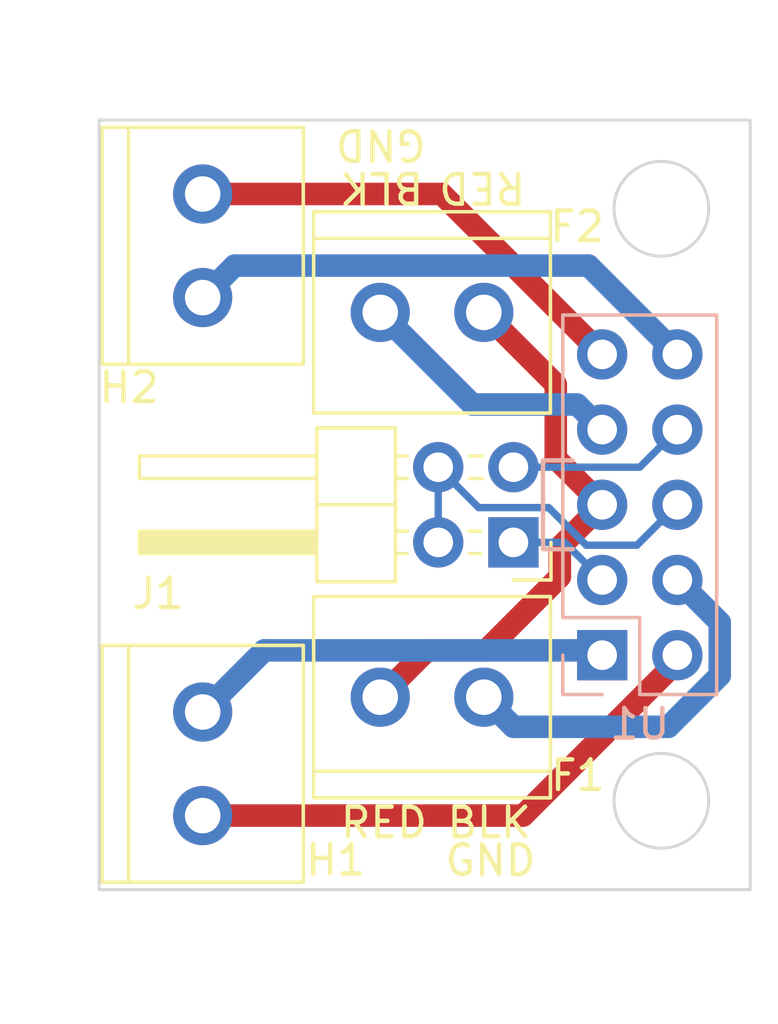
<source format=kicad_pcb>
(kicad_pcb (version 20171130) (host pcbnew "(5.1.6-0-10_14)")

  (general
    (thickness 1.6)
    (drawings 16)
    (tracks 37)
    (zones 0)
    (modules 6)
    (nets 11)
  )

  (page A4)
  (layers
    (0 F.Cu signal)
    (31 B.Cu signal)
    (32 B.Adhes user)
    (33 F.Adhes user)
    (34 B.Paste user)
    (35 F.Paste user)
    (36 B.SilkS user)
    (37 F.SilkS user)
    (38 B.Mask user)
    (39 F.Mask user)
    (40 Dwgs.User user)
    (41 Cmts.User user)
    (42 Eco1.User user)
    (43 Eco2.User user)
    (44 Edge.Cuts user)
    (45 Margin user)
    (46 B.CrtYd user)
    (47 F.CrtYd user)
    (48 B.Fab user)
    (49 F.Fab user)
  )

  (setup
    (last_trace_width 0.25)
    (user_trace_width 0.762)
    (trace_clearance 0.2)
    (zone_clearance 0.508)
    (zone_45_only no)
    (trace_min 0.2)
    (via_size 0.8)
    (via_drill 0.4)
    (via_min_size 0.4)
    (via_min_drill 0.3)
    (uvia_size 0.3)
    (uvia_drill 0.1)
    (uvias_allowed no)
    (uvia_min_size 0.2)
    (uvia_min_drill 0.1)
    (edge_width 0.1)
    (segment_width 0.2)
    (pcb_text_width 0.3)
    (pcb_text_size 1.5 1.5)
    (mod_edge_width 0.15)
    (mod_text_size 1 1)
    (mod_text_width 0.15)
    (pad_size 1.524 1.524)
    (pad_drill 0.762)
    (pad_to_mask_clearance 0)
    (aux_axis_origin 0 0)
    (visible_elements FFFFFF7F)
    (pcbplotparams
      (layerselection 0x010fc_ffffffff)
      (usegerberextensions true)
      (usegerberattributes false)
      (usegerberadvancedattributes true)
      (creategerberjobfile true)
      (excludeedgelayer true)
      (linewidth 0.100000)
      (plotframeref false)
      (viasonmask false)
      (mode 1)
      (useauxorigin false)
      (hpglpennumber 1)
      (hpglpenspeed 20)
      (hpglpendiameter 15.000000)
      (psnegative false)
      (psa4output false)
      (plotreference true)
      (plotvalue true)
      (plotinvisibletext false)
      (padsonsilk false)
      (subtractmaskfromsilk false)
      (outputformat 1)
      (mirror false)
      (drillshape 0)
      (scaleselection 1)
      (outputdirectory "./"))
  )

  (net 0 "")
  (net 1 HEATER1A)
  (net 2 HEATER1B)
  (net 3 HEATER2B)
  (net 4 HEATER2A)
  (net 5 FAN_RED_VCC)
  (net 6 FAN_BLACK_GND1)
  (net 7 FAN_BLACK_GND2)
  (net 8 THERM_EXT3)
  (net 9 GND)
  (net 10 THERM_WELL)

  (net_class Default "This is the default net class."
    (clearance 0.2)
    (trace_width 0.25)
    (via_dia 0.8)
    (via_drill 0.4)
    (uvia_dia 0.3)
    (uvia_drill 0.1)
    (add_net FAN_BLACK_GND1)
    (add_net FAN_BLACK_GND2)
    (add_net FAN_RED_VCC)
    (add_net GND)
    (add_net HEATER1A)
    (add_net HEATER1B)
    (add_net HEATER2A)
    (add_net HEATER2B)
    (add_net THERM_EXT3)
    (add_net THERM_WELL)
  )

  (module Ninja-qPCR:TB_SeeedOPL_320110028 (layer F.Cu) (tedit 5F05691F) (tstamp 5F2B8A74)
    (at 158.5 106.5)
    (path /5F2B97D5)
    (fp_text reference F1 (at 6.6762 2.6438) (layer F.SilkS)
      (effects (font (size 1 1) (thickness 0.15)))
    )
    (fp_text value Screw_Terminal_01x02 (at 2 6) (layer F.Fab)
      (effects (font (size 1 1) (thickness 0.15)))
    )
    (fp_line (start -2.25 -3.4) (end 5.75 -3.4) (layer F.SilkS) (width 0.12))
    (fp_line (start 5.75 -3.4) (end 5.75 3.4) (layer F.SilkS) (width 0.12))
    (fp_line (start 5.75 3.4) (end -2.25 3.4) (layer F.SilkS) (width 0.12))
    (fp_line (start -2.25 3.4) (end -2.25 -3.4) (layer F.SilkS) (width 0.12))
    (fp_line (start 5.75 2.5) (end -2.25 2.5) (layer F.SilkS) (width 0.12))
    (pad 1 thru_hole circle (at 0 0) (size 2 2) (drill 1.2) (layers *.Cu *.Mask)
      (net 5 FAN_RED_VCC))
    (pad 2 thru_hole circle (at 3.5 0) (size 2 2) (drill 1.2) (layers *.Cu *.Mask)
      (net 6 FAN_BLACK_GND1))
    (model ":desktop:TerminalBlock_SeeedOPL320110028 v2.step"
      (at (xyz 0 0 0))
      (scale (xyz 1 1 1))
      (rotate (xyz 0 0 0))
    )
  )

  (module Ninja-qPCR:TB_SeeedOPL_320110028 (layer F.Cu) (tedit 5F05691F) (tstamp 5F2B8A7F)
    (at 162 93.5 180)
    (path /5F2B9F97)
    (fp_text reference F2 (at -3.1508 2.8982) (layer F.SilkS)
      (effects (font (size 1 1) (thickness 0.15)))
    )
    (fp_text value Screw_Terminal_01x02 (at 2 6) (layer F.Fab)
      (effects (font (size 1 1) (thickness 0.15)))
    )
    (fp_line (start 5.75 2.5) (end -2.25 2.5) (layer F.SilkS) (width 0.12))
    (fp_line (start -2.25 3.4) (end -2.25 -3.4) (layer F.SilkS) (width 0.12))
    (fp_line (start 5.75 3.4) (end -2.25 3.4) (layer F.SilkS) (width 0.12))
    (fp_line (start 5.75 -3.4) (end 5.75 3.4) (layer F.SilkS) (width 0.12))
    (fp_line (start -2.25 -3.4) (end 5.75 -3.4) (layer F.SilkS) (width 0.12))
    (pad 2 thru_hole circle (at 3.5 0 180) (size 2 2) (drill 1.2) (layers *.Cu *.Mask)
      (net 7 FAN_BLACK_GND2))
    (pad 1 thru_hole circle (at 0 0 180) (size 2 2) (drill 1.2) (layers *.Cu *.Mask)
      (net 5 FAN_RED_VCC))
    (model ":desktop:TerminalBlock_SeeedOPL320110028 v2.step"
      (at (xyz 0 0 0))
      (scale (xyz 1 1 1))
      (rotate (xyz 0 0 0))
    )
  )

  (module Ninja-qPCR:TB_SeeedOPL_320110028 (layer F.Cu) (tedit 5F05691F) (tstamp 5F2B8A8A)
    (at 152.5 107 270)
    (path /5F2B8621)
    (fp_text reference H1 (at 5 -4.5 180) (layer F.SilkS)
      (effects (font (size 1 1) (thickness 0.15)))
    )
    (fp_text value Screw_Terminal_01x02 (at 2 6 90) (layer F.Fab)
      (effects (font (size 1 1) (thickness 0.15)))
    )
    (fp_line (start -2.25 -3.4) (end 5.75 -3.4) (layer F.SilkS) (width 0.12))
    (fp_line (start 5.75 -3.4) (end 5.75 3.4) (layer F.SilkS) (width 0.12))
    (fp_line (start 5.75 3.4) (end -2.25 3.4) (layer F.SilkS) (width 0.12))
    (fp_line (start -2.25 3.4) (end -2.25 -3.4) (layer F.SilkS) (width 0.12))
    (fp_line (start 5.75 2.5) (end -2.25 2.5) (layer F.SilkS) (width 0.12))
    (pad 1 thru_hole circle (at 0 0 270) (size 2 2) (drill 1.2) (layers *.Cu *.Mask)
      (net 1 HEATER1A))
    (pad 2 thru_hole circle (at 3.5 0 270) (size 2 2) (drill 1.2) (layers *.Cu *.Mask)
      (net 2 HEATER1B))
    (model ":desktop:TerminalBlock_SeeedOPL320110028 v2.step"
      (at (xyz 0 0 0))
      (scale (xyz 1 1 1))
      (rotate (xyz 0 0 0))
    )
  )

  (module Ninja-qPCR:TB_SeeedOPL_320110028 (layer F.Cu) (tedit 5F05691F) (tstamp 5F2B8A95)
    (at 152.5 89.5 270)
    (path /5F2B8F0B)
    (fp_text reference H2 (at 6.5374 2.4876 180) (layer F.SilkS)
      (effects (font (size 1 1) (thickness 0.15)))
    )
    (fp_text value Screw_Terminal_01x02 (at 2 6 90) (layer F.Fab)
      (effects (font (size 1 1) (thickness 0.15)))
    )
    (fp_line (start 5.75 2.5) (end -2.25 2.5) (layer F.SilkS) (width 0.12))
    (fp_line (start -2.25 3.4) (end -2.25 -3.4) (layer F.SilkS) (width 0.12))
    (fp_line (start 5.75 3.4) (end -2.25 3.4) (layer F.SilkS) (width 0.12))
    (fp_line (start 5.75 -3.4) (end 5.75 3.4) (layer F.SilkS) (width 0.12))
    (fp_line (start -2.25 -3.4) (end 5.75 -3.4) (layer F.SilkS) (width 0.12))
    (pad 2 thru_hole circle (at 3.5 0 270) (size 2 2) (drill 1.2) (layers *.Cu *.Mask)
      (net 3 HEATER2B))
    (pad 1 thru_hole circle (at 0 0 270) (size 2 2) (drill 1.2) (layers *.Cu *.Mask)
      (net 4 HEATER2A))
    (model ":desktop:TerminalBlock_SeeedOPL320110028 v2.step"
      (at (xyz 0 0 0))
      (scale (xyz 1 1 1))
      (rotate (xyz 0 0 0))
    )
  )

  (module Pin_Headers:Pin_Header_Straight_2x05_Pitch2.54mm (layer B.Cu) (tedit 59650532) (tstamp 5F2B8B1B)
    (at 166 105.08)
    (descr "Through hole straight pin header, 2x05, 2.54mm pitch, double rows")
    (tags "Through hole pin header THT 2x05 2.54mm double row")
    (path /5F2BB8F2)
    (fp_text reference U1 (at 1.27 2.33) (layer B.SilkS)
      (effects (font (size 1 1) (thickness 0.15)) (justify mirror))
    )
    (fp_text value Conn_02x05 (at 1.27 -12.49) (layer B.Fab)
      (effects (font (size 1 1) (thickness 0.15)) (justify mirror))
    )
    (fp_line (start 4.35 1.8) (end -1.8 1.8) (layer B.CrtYd) (width 0.05))
    (fp_line (start 4.35 -11.95) (end 4.35 1.8) (layer B.CrtYd) (width 0.05))
    (fp_line (start -1.8 -11.95) (end 4.35 -11.95) (layer B.CrtYd) (width 0.05))
    (fp_line (start -1.8 1.8) (end -1.8 -11.95) (layer B.CrtYd) (width 0.05))
    (fp_line (start -1.33 1.33) (end 0 1.33) (layer B.SilkS) (width 0.12))
    (fp_line (start -1.33 0) (end -1.33 1.33) (layer B.SilkS) (width 0.12))
    (fp_line (start 1.27 1.33) (end 3.87 1.33) (layer B.SilkS) (width 0.12))
    (fp_line (start 1.27 -1.27) (end 1.27 1.33) (layer B.SilkS) (width 0.12))
    (fp_line (start -1.33 -1.27) (end 1.27 -1.27) (layer B.SilkS) (width 0.12))
    (fp_line (start 3.87 1.33) (end 3.87 -11.49) (layer B.SilkS) (width 0.12))
    (fp_line (start -1.33 -1.27) (end -1.33 -11.49) (layer B.SilkS) (width 0.12))
    (fp_line (start -1.33 -11.49) (end 3.87 -11.49) (layer B.SilkS) (width 0.12))
    (fp_line (start -1.27 0) (end 0 1.27) (layer B.Fab) (width 0.1))
    (fp_line (start -1.27 -11.43) (end -1.27 0) (layer B.Fab) (width 0.1))
    (fp_line (start 3.81 -11.43) (end -1.27 -11.43) (layer B.Fab) (width 0.1))
    (fp_line (start 3.81 1.27) (end 3.81 -11.43) (layer B.Fab) (width 0.1))
    (fp_line (start 0 1.27) (end 3.81 1.27) (layer B.Fab) (width 0.1))
    (fp_text user %R (at 1.27 -5.08 -90) (layer B.Fab)
      (effects (font (size 1 1) (thickness 0.15)) (justify mirror))
    )
    (pad 10 thru_hole oval (at 2.54 -10.16) (size 1.7 1.7) (drill 1) (layers *.Cu *.Mask)
      (net 3 HEATER2B))
    (pad 9 thru_hole oval (at 0 -10.16) (size 1.7 1.7) (drill 1) (layers *.Cu *.Mask)
      (net 4 HEATER2A))
    (pad 8 thru_hole oval (at 2.54 -7.62) (size 1.7 1.7) (drill 1) (layers *.Cu *.Mask)
      (net 8 THERM_EXT3))
    (pad 7 thru_hole oval (at 0 -7.62) (size 1.7 1.7) (drill 1) (layers *.Cu *.Mask)
      (net 7 FAN_BLACK_GND2))
    (pad 6 thru_hole oval (at 2.54 -5.08) (size 1.7 1.7) (drill 1) (layers *.Cu *.Mask)
      (net 9 GND))
    (pad 5 thru_hole oval (at 0 -5.08) (size 1.7 1.7) (drill 1) (layers *.Cu *.Mask)
      (net 5 FAN_RED_VCC))
    (pad 4 thru_hole oval (at 2.54 -2.54) (size 1.7 1.7) (drill 1) (layers *.Cu *.Mask)
      (net 6 FAN_BLACK_GND1))
    (pad 3 thru_hole oval (at 0 -2.54) (size 1.7 1.7) (drill 1) (layers *.Cu *.Mask)
      (net 10 THERM_WELL))
    (pad 2 thru_hole oval (at 2.54 0) (size 1.7 1.7) (drill 1) (layers *.Cu *.Mask)
      (net 2 HEATER1B))
    (pad 1 thru_hole rect (at 0 0) (size 1.7 1.7) (drill 1) (layers *.Cu *.Mask)
      (net 1 HEATER1A))
    (model ${KISYS3DMOD}/Pin_Headers.3dshapes/Pin_Header_Straight_2x05_Pitch2.54mm.wrl
      (at (xyz 0 0 0))
      (scale (xyz 1 1 1))
      (rotate (xyz 0 0 0))
    )
    (model ":desktop:aitendo-MIL-2x5-cable-edge v1.step"
      (at (xyz 0 0 0))
      (scale (xyz 1 1 1))
      (rotate (xyz 0 0 0))
    )
  )

  (module Pin_Headers:Pin_Header_Angled_2x02_Pitch2.54mm (layer F.Cu) (tedit 59650532) (tstamp 5F2B93AC)
    (at 163 101.27 180)
    (descr "Through hole angled pin header, 2x02, 2.54mm pitch, 6mm pin length, double rows")
    (tags "Through hole angled pin header THT 2x02 2.54mm double row")
    (path /5F2C3C94)
    (fp_text reference J1 (at 12 -1.73) (layer F.SilkS)
      (effects (font (size 1 1) (thickness 0.15)))
    )
    (fp_text value Conn_01x04_Male (at 5.655 4.81) (layer F.Fab)
      (effects (font (size 1 1) (thickness 0.15)))
    )
    (fp_line (start 13.1 -1.8) (end -1.8 -1.8) (layer F.CrtYd) (width 0.05))
    (fp_line (start 13.1 4.35) (end 13.1 -1.8) (layer F.CrtYd) (width 0.05))
    (fp_line (start -1.8 4.35) (end 13.1 4.35) (layer F.CrtYd) (width 0.05))
    (fp_line (start -1.8 -1.8) (end -1.8 4.35) (layer F.CrtYd) (width 0.05))
    (fp_line (start -1.27 -1.27) (end 0 -1.27) (layer F.SilkS) (width 0.12))
    (fp_line (start -1.27 0) (end -1.27 -1.27) (layer F.SilkS) (width 0.12))
    (fp_line (start 1.042929 2.92) (end 1.497071 2.92) (layer F.SilkS) (width 0.12))
    (fp_line (start 1.042929 2.16) (end 1.497071 2.16) (layer F.SilkS) (width 0.12))
    (fp_line (start 3.582929 2.92) (end 3.98 2.92) (layer F.SilkS) (width 0.12))
    (fp_line (start 3.582929 2.16) (end 3.98 2.16) (layer F.SilkS) (width 0.12))
    (fp_line (start 12.64 2.92) (end 6.64 2.92) (layer F.SilkS) (width 0.12))
    (fp_line (start 12.64 2.16) (end 12.64 2.92) (layer F.SilkS) (width 0.12))
    (fp_line (start 6.64 2.16) (end 12.64 2.16) (layer F.SilkS) (width 0.12))
    (fp_line (start 3.98 1.27) (end 6.64 1.27) (layer F.SilkS) (width 0.12))
    (fp_line (start 1.11 0.38) (end 1.497071 0.38) (layer F.SilkS) (width 0.12))
    (fp_line (start 1.11 -0.38) (end 1.497071 -0.38) (layer F.SilkS) (width 0.12))
    (fp_line (start 3.582929 0.38) (end 3.98 0.38) (layer F.SilkS) (width 0.12))
    (fp_line (start 3.582929 -0.38) (end 3.98 -0.38) (layer F.SilkS) (width 0.12))
    (fp_line (start 6.64 0.28) (end 12.64 0.28) (layer F.SilkS) (width 0.12))
    (fp_line (start 6.64 0.16) (end 12.64 0.16) (layer F.SilkS) (width 0.12))
    (fp_line (start 6.64 0.04) (end 12.64 0.04) (layer F.SilkS) (width 0.12))
    (fp_line (start 6.64 -0.08) (end 12.64 -0.08) (layer F.SilkS) (width 0.12))
    (fp_line (start 6.64 -0.2) (end 12.64 -0.2) (layer F.SilkS) (width 0.12))
    (fp_line (start 6.64 -0.32) (end 12.64 -0.32) (layer F.SilkS) (width 0.12))
    (fp_line (start 12.64 0.38) (end 6.64 0.38) (layer F.SilkS) (width 0.12))
    (fp_line (start 12.64 -0.38) (end 12.64 0.38) (layer F.SilkS) (width 0.12))
    (fp_line (start 6.64 -0.38) (end 12.64 -0.38) (layer F.SilkS) (width 0.12))
    (fp_line (start 6.64 -1.33) (end 3.98 -1.33) (layer F.SilkS) (width 0.12))
    (fp_line (start 6.64 3.87) (end 6.64 -1.33) (layer F.SilkS) (width 0.12))
    (fp_line (start 3.98 3.87) (end 6.64 3.87) (layer F.SilkS) (width 0.12))
    (fp_line (start 3.98 -1.33) (end 3.98 3.87) (layer F.SilkS) (width 0.12))
    (fp_line (start 6.58 2.86) (end 12.58 2.86) (layer F.Fab) (width 0.1))
    (fp_line (start 12.58 2.22) (end 12.58 2.86) (layer F.Fab) (width 0.1))
    (fp_line (start 6.58 2.22) (end 12.58 2.22) (layer F.Fab) (width 0.1))
    (fp_line (start -0.32 2.86) (end 4.04 2.86) (layer F.Fab) (width 0.1))
    (fp_line (start -0.32 2.22) (end -0.32 2.86) (layer F.Fab) (width 0.1))
    (fp_line (start -0.32 2.22) (end 4.04 2.22) (layer F.Fab) (width 0.1))
    (fp_line (start 6.58 0.32) (end 12.58 0.32) (layer F.Fab) (width 0.1))
    (fp_line (start 12.58 -0.32) (end 12.58 0.32) (layer F.Fab) (width 0.1))
    (fp_line (start 6.58 -0.32) (end 12.58 -0.32) (layer F.Fab) (width 0.1))
    (fp_line (start -0.32 0.32) (end 4.04 0.32) (layer F.Fab) (width 0.1))
    (fp_line (start -0.32 -0.32) (end -0.32 0.32) (layer F.Fab) (width 0.1))
    (fp_line (start -0.32 -0.32) (end 4.04 -0.32) (layer F.Fab) (width 0.1))
    (fp_line (start 4.04 -0.635) (end 4.675 -1.27) (layer F.Fab) (width 0.1))
    (fp_line (start 4.04 3.81) (end 4.04 -0.635) (layer F.Fab) (width 0.1))
    (fp_line (start 6.58 3.81) (end 4.04 3.81) (layer F.Fab) (width 0.1))
    (fp_line (start 6.58 -1.27) (end 6.58 3.81) (layer F.Fab) (width 0.1))
    (fp_line (start 4.675 -1.27) (end 6.58 -1.27) (layer F.Fab) (width 0.1))
    (fp_text user %R (at 5.31 1.27 90) (layer F.Fab)
      (effects (font (size 1 1) (thickness 0.15)))
    )
    (pad 4 thru_hole oval (at 2.54 2.54 180) (size 1.7 1.7) (drill 1) (layers *.Cu *.Mask)
      (net 9 GND))
    (pad 3 thru_hole oval (at 0 2.54 180) (size 1.7 1.7) (drill 1) (layers *.Cu *.Mask)
      (net 8 THERM_EXT3))
    (pad 2 thru_hole oval (at 2.54 0 180) (size 1.7 1.7) (drill 1) (layers *.Cu *.Mask)
      (net 9 GND))
    (pad 1 thru_hole rect (at 0 0 180) (size 1.7 1.7) (drill 1) (layers *.Cu *.Mask)
      (net 10 THERM_WELL))
    (model ${KISYS3DMOD}/Pin_Headers.3dshapes/Pin_Header_Angled_2x02_Pitch2.54mm.wrl
      (at (xyz 0 0 0))
      (scale (xyz 1 1 1))
      (rotate (xyz 0 0 0))
    )
    (model :kicad-packages3D:Connector_PinHeader_2.54mm.3dshapes/PinHeader_2x02_P2.54mm_Horizontal.step
      (at (xyz 0 0 0))
      (scale (xyz 1 1 1))
      (rotate (xyz 0 0 0))
    )
  )

  (gr_text GND (at 162.2298 112.014) (layer F.SilkS) (tstamp 5F4F46EB)
    (effects (font (size 1 1) (thickness 0.15)))
  )
  (gr_text GND (at 158.5214 87.8332 180) (layer F.SilkS) (tstamp 5F4F46EB)
    (effects (font (size 1 1) (thickness 0.15)))
  )
  (gr_text RED (at 158.623 110.744) (layer F.SilkS) (tstamp 5F4F4127)
    (effects (font (size 1 1) (thickness 0.15)))
  )
  (gr_text BLK (at 162.179 110.744) (layer F.SilkS) (tstamp 5F4F410D)
    (effects (font (size 1 1) (thickness 0.15)))
  )
  (gr_text RED (at 161.9504 89.281 180) (layer F.SilkS) (tstamp 5F4F4081)
    (effects (font (size 1 1) (thickness 0.15)))
  )
  (gr_text BLK (at 158.5468 89.281 180) (layer F.SilkS)
    (effects (font (size 1 1) (thickness 0.15)))
  )
  (gr_text 22x26mm (at 152.5 85.5) (layer Dwgs.User)
    (effects (font (size 1 1) (thickness 0.15)))
  )
  (gr_line (start 164 101.5) (end 165 101.5) (layer B.SilkS) (width 0.15))
  (gr_line (start 164 98.5) (end 164 101.5) (layer B.SilkS) (width 0.15))
  (gr_line (start 165 98.5) (end 164 98.5) (layer B.SilkS) (width 0.15))
  (gr_line (start 171 113) (end 149 113) (layer Edge.Cuts) (width 0.1))
  (gr_line (start 171 87) (end 149 87) (layer Edge.Cuts) (width 0.1) (tstamp 5F2BAF15))
  (gr_circle (center 168 110) (end 169.6 110) (layer Edge.Cuts) (width 0.1) (tstamp 5F2CBB1E))
  (gr_circle (center 168 90) (end 169.6 90) (layer Edge.Cuts) (width 0.1) (tstamp 5F2BAC4F))
  (gr_line (start 149 87) (end 149 113) (layer Edge.Cuts) (width 0.1) (tstamp 5F2B9369))
  (gr_line (start 171 113) (end 171 87) (layer Edge.Cuts) (width 0.1) (tstamp 5F2B906B))

  (segment (start 165.838999 104.918999) (end 166 105.08) (width 0.762) (layer B.Cu) (net 1))
  (segment (start 154.581001 104.918999) (end 165.838999 104.918999) (width 0.762) (layer B.Cu) (net 1))
  (segment (start 152.5 107) (end 154.581001 104.918999) (width 0.762) (layer B.Cu) (net 1))
  (segment (start 168.54 105.285802) (end 168.54 105.08) (width 0.762) (layer F.Cu) (net 2))
  (segment (start 163.325802 110.5) (end 168.54 105.285802) (width 0.762) (layer F.Cu) (net 2))
  (segment (start 152.5 110.5) (end 163.325802 110.5) (width 0.762) (layer F.Cu) (net 2))
  (segment (start 165.538999 91.918999) (end 168.54 94.92) (width 0.762) (layer B.Cu) (net 3))
  (segment (start 153.581001 91.918999) (end 165.538999 91.918999) (width 0.762) (layer B.Cu) (net 3))
  (segment (start 152.5 93) (end 153.581001 91.918999) (width 0.762) (layer B.Cu) (net 3))
  (segment (start 160.58 89.5) (end 166 94.92) (width 0.762) (layer F.Cu) (net 4))
  (segment (start 152.5 89.5) (end 160.58 89.5) (width 0.762) (layer F.Cu) (net 4))
  (segment (start 164.431001 98.431001) (end 166 100) (width 0.762) (layer F.Cu) (net 5))
  (segment (start 164.431001 95.931001) (end 164.431001 98.431001) (width 0.762) (layer F.Cu) (net 5))
  (segment (start 162 93.5) (end 164.431001 95.931001) (width 0.762) (layer F.Cu) (net 5))
  (segment (start 164.568999 101.431001) (end 166 100) (width 0.762) (layer F.Cu) (net 5))
  (segment (start 164.568999 102.431001) (end 164.568999 101.431001) (width 0.762) (layer F.Cu) (net 5))
  (segment (start 162.081001 104.918999) (end 164.568999 102.431001) (width 0.762) (layer F.Cu) (net 5))
  (segment (start 160.081001 104.918999) (end 162.081001 104.918999) (width 0.762) (layer F.Cu) (net 5))
  (segment (start 158.5 106.5) (end 160.081001 104.918999) (width 0.762) (layer F.Cu) (net 5))
  (segment (start 169.971001 103.971001) (end 168.54 102.54) (width 0.762) (layer B.Cu) (net 6))
  (segment (start 169.971001 105.766881) (end 169.971001 103.971001) (width 0.762) (layer B.Cu) (net 6))
  (segment (start 168.237883 107.499999) (end 169.971001 105.766881) (width 0.762) (layer B.Cu) (net 6))
  (segment (start 162.999999 107.499999) (end 168.237883 107.499999) (width 0.762) (layer B.Cu) (net 6))
  (segment (start 162 106.5) (end 162.999999 107.499999) (width 0.762) (layer B.Cu) (net 6))
  (segment (start 165.150001 96.610001) (end 166 97.46) (width 0.762) (layer B.Cu) (net 7))
  (segment (start 161.610001 96.610001) (end 165.150001 96.610001) (width 0.762) (layer B.Cu) (net 7))
  (segment (start 158.5 93.5) (end 161.610001 96.610001) (width 0.762) (layer B.Cu) (net 7))
  (segment (start 167.27 98.73) (end 168.54 97.46) (width 0.25) (layer B.Cu) (net 8))
  (segment (start 163 98.73) (end 167.27 98.73) (width 0.25) (layer B.Cu) (net 8))
  (segment (start 164.73 101.27) (end 166 102.54) (width 0.25) (layer B.Cu) (net 10))
  (segment (start 163 101.27) (end 164.73 101.27) (width 0.25) (layer B.Cu) (net 10))
  (segment (start 160.46 98.73) (end 160.46 101.27) (width 0.25) (layer B.Cu) (net 9))
  (segment (start 167.175001 101.364999) (end 168.54 100) (width 0.25) (layer B.Cu) (net 9))
  (segment (start 164.191409 100.094999) (end 165.461409 101.364999) (width 0.25) (layer B.Cu) (net 9))
  (segment (start 165.461409 101.364999) (end 167.175001 101.364999) (width 0.25) (layer B.Cu) (net 9))
  (segment (start 161.824999 100.094999) (end 164.191409 100.094999) (width 0.25) (layer B.Cu) (net 9))
  (segment (start 160.46 98.73) (end 161.824999 100.094999) (width 0.25) (layer B.Cu) (net 9))

)

</source>
